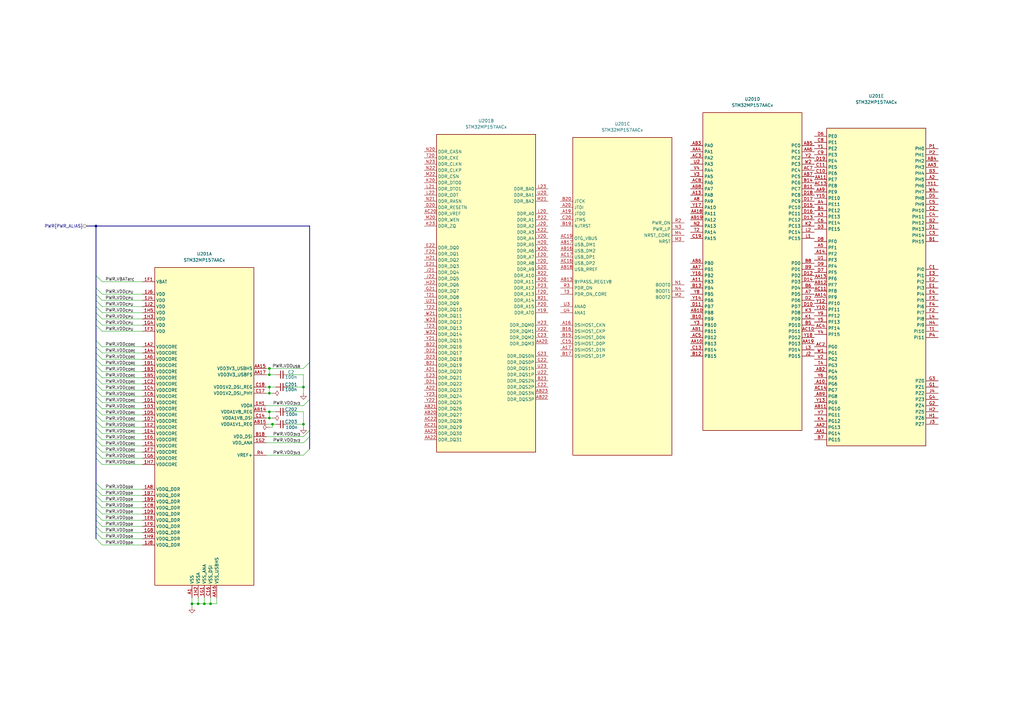
<source format=kicad_sch>
(kicad_sch (version 20231120) (generator "eeschema") (generator_version "8.0")
  (paper "A3")
  (lib_symbols
    (symbol "Device:C_Small" (pin_numbers hide) (pin_names (offset 0.254) hide)
      (property "Reference" "C" (at 0.254 1.778 0))
      (property "Value" "C_Small" (at 0.254 -2.032 0))
      (symbol "C_Small_0_1"
        (polyline (pts (xy -1.524 -0.508) (xy 1.524 -0.508)) (stroke (width 0.3302)))
        (polyline (pts (xy -1.524 0.508) (xy 1.524 0.508)) (stroke (width 0.3048)))
      )
      (symbol "C_Small_1_1"
        (pin passive line (at 0 2.54 270) (length 2.032) (name "~") (number "1"))
        (pin passive line (at 0 -2.54 90) (length 2.032) (name "~") (number "2"))
      )
    )
    (symbol "custom:STM32MP157AACx"
      (property "Reference" "U" (at -0.762 63.246 0))
      (property "Value" "STM32MP157AACx" (at -7.874 60.452 0))
      (symbol "STM32MP157AACx_0_1"
        (rectangle (start -20.32 56.642) (end 20.32 -73.66) (stroke (width 0.254)) (fill (type background)))
      )
      (symbol "STM32MP157AACx_1_1"
        (pin power_in line (at -25.4 24.13 0) (length 5.08) (name "VDDCORE") (number "1A2"))
        (pin passive line (at -5.08 -78.74 90) (length 5.08) hide (name "VSS") (number "1A3"))
        (pin power_in line (at -25.4 21.59 0) (length 5.08) (name "VDDCORE") (number "1A4"))
        (pin passive line (at -5.08 -78.74 90) (length 5.08) hide (name "VSS") (number "1A5"))
        (pin power_in line (at -25.4 19.05 0) (length 5.08) (name "VDDCORE") (number "1A6"))
        (pin passive line (at -5.08 -78.74 90) (length 5.08) hide (name "VSS") (number "1A7"))
        (pin power_in line (at -25.4 -34.29 0) (length 5.08) (name "VDDQ_DDR") (number "1A8"))
        (pin power_in line (at -25.4 16.51 0) (length 5.08) (name "VDDCORE") (number "1B1"))
        (pin passive line (at -5.08 -78.74 90) (length 5.08) hide (name "VSS") (number "1B2"))
        (pin power_in line (at -25.4 13.97 0) (length 5.08) (name "VDDCORE") (number "1B3"))
        (pin passive line (at -5.08 -78.74 90) (length 5.08) hide (name "VSS") (number "1B4"))
        (pin power_in line (at -25.4 11.43 0) (length 5.08) (name "VDDCORE") (number "1B5"))
        (pin passive line (at -5.08 -78.74 90) (length 5.08) hide (name "VSS") (number "1B6"))
        (pin power_in line (at -25.4 -36.83 0) (length 5.08) (name "VDDQ_DDR") (number "1B7"))
        (pin passive line (at -5.08 -78.74 90) (length 5.08) hide (name "VSS") (number "1B8"))
        (pin power_in line (at -25.4 -39.37 0) (length 5.08) (name "VDDQ_DDR") (number "1B9"))
        (pin passive line (at -5.08 -78.74 90) (length 5.08) hide (name "VSS") (number "1C1"))
        (pin power_in line (at -25.4 8.89 0) (length 5.08) (name "VDDCORE") (number "1C2"))
        (pin passive line (at -5.08 -78.74 90) (length 5.08) hide (name "VSS") (number "1C3"))
        (pin power_in line (at -25.4 6.35 0) (length 5.08) (name "VDDCORE") (number "1C4"))
        (pin passive line (at -5.08 -78.74 90) (length 5.08) hide (name "VSS") (number "1C5"))
        (pin power_in line (at -25.4 3.81 0) (length 5.08) (name "VDDCORE") (number "1C6"))
        (pin passive line (at -5.08 -78.74 90) (length 5.08) hide (name "VSS") (number "1C7"))
        (pin power_in line (at -25.4 -41.91 0) (length 5.08) (name "VDDQ_DDR") (number "1C8"))
        (pin passive line (at -5.08 -78.74 90) (length 5.08) hide (name "VSS") (number "1C9"))
        (pin power_in line (at -25.4 1.27 0) (length 5.08) (name "VDDCORE") (number "1D1"))
        (pin passive line (at -5.08 -78.74 90) (length 5.08) hide (name "VSS") (number "1D2"))
        (pin power_in line (at -25.4 -1.27 0) (length 5.08) (name "VDDCORE") (number "1D3"))
        (pin passive line (at -5.08 -78.74 90) (length 5.08) hide (name "VSS") (number "1D4"))
        (pin power_in line (at -25.4 -3.81 0) (length 5.08) (name "VDDCORE") (number "1D5"))
        (pin passive line (at -5.08 -78.74 90) (length 5.08) hide (name "VSS") (number "1D6"))
        (pin power_in line (at -25.4 -6.35 0) (length 5.08) (name "VDDCORE") (number "1D7"))
        (pin passive line (at -5.08 -78.74 90) (length 5.08) hide (name "VSS") (number "1D8"))
        (pin power_in line (at -25.4 -44.45 0) (length 5.08) (name "VDDQ_DDR") (number "1D9"))
        (pin passive line (at -5.08 -78.74 90) (length 5.08) hide (name "VSS") (number "1E1"))
        (pin power_in line (at -25.4 -8.89 0) (length 5.08) (name "VDDCORE") (number "1E2"))
        (pin passive line (at -5.08 -78.74 90) (length 5.08) hide (name "VSS") (number "1E3"))
        (pin power_in line (at -25.4 -11.43 0) (length 5.08) (name "VDDCORE") (number "1E4"))
        (pin passive line (at -5.08 -78.74 90) (length 5.08) hide (name "VSS") (number "1E5"))
        (pin power_in line (at -25.4 -13.97 0) (length 5.08) (name "VDDCORE") (number "1E6"))
        (pin passive line (at -5.08 -78.74 90) (length 5.08) hide (name "VSS") (number "1E7"))
        (pin power_in line (at -25.4 -46.99 0) (length 5.08) (name "VDDQ_DDR") (number "1E8"))
        (pin passive line (at -5.08 -78.74 90) (length 5.08) hide (name "VSS") (number "1E9"))
        (pin power_in line (at -25.4 50.8 0) (length 5.08) (name "VBAT") (number "1F1"))
        (pin passive line (at -5.08 -78.74 90) (length 5.08) hide (name "VSS") (number "1F2"))
        (pin power_in line (at -25.4 30.48 0) (length 5.08) (name "VDD") (number "1F3"))
        (pin passive line (at -5.08 -78.74 90) (length 5.08) hide (name "VSS") (number "1F4"))
        (pin power_in line (at -25.4 -16.51 0) (length 5.08) (name "VDDCORE") (number "1F5"))
        (pin passive line (at -5.08 -78.74 90) (length 5.08) hide (name "VSS") (number "1F6"))
        (pin power_in line (at -25.4 -19.05 0) (length 5.08) (name "VDDCORE") (number "1F7"))
        (pin passive line (at -5.08 -78.74 90) (length 5.08) hide (name "VSS") (number "1F8"))
        (pin power_in line (at -25.4 -49.53 0) (length 5.08) (name "VDDQ_DDR") (number "1F9"))
        (pin power_in line (at 0 -78.74 90) (length 5.08) (name "VSS_ANA") (number "1G1"))
        (pin power_in line (at 25.4 -15.24 180) (length 5.08) (name "VDD_ANA") (number "1G2"))
        (pin passive line (at -5.08 -78.74 90) (length 5.08) hide (name "VSS") (number "1G3"))
        (pin power_in line (at -25.4 33.02 0) (length 5.08) (name "VDD") (number "1G4"))
        (pin passive line (at -5.08 -78.74 90) (length 5.08) hide (name "VSS") (number "1G5"))
        (pin power_in line (at -25.4 -21.59 0) (length 5.08) (name "VDDCORE") (number "1G6"))
        (pin passive line (at -5.08 -78.74 90) (length 5.08) hide (name "VSS") (number "1G7"))
        (pin power_in line (at -25.4 -52.07 0) (length 5.08) (name "VDDQ_DDR") (number "1G8"))
        (pin passive line (at -5.08 -78.74 90) (length 5.08) hide (name "VSS") (number "1G9"))
        (pin power_in line (at 25.4 0 180) (length 5.08) (name "VDDA") (number "1H1"))
        (pin power_in line (at -2.54 -78.74 90) (length 5.08) (name "VSSA") (number "1H2"))
        (pin power_in line (at -25.4 35.56 0) (length 5.08) (name "VDD") (number "1H3"))
        (pin passive line (at -5.08 -78.74 90) (length 5.08) hide (name "VSS") (number "1H4"))
        (pin power_in line (at -25.4 38.1 0) (length 5.08) (name "VDD") (number "1H5"))
        (pin passive line (at -5.08 -78.74 90) (length 5.08) hide (name "VSS") (number "1H6"))
        (pin power_in line (at -25.4 -24.13 0) (length 5.08) (name "VDDCORE") (number "1H7"))
        (pin passive line (at -5.08 -78.74 90) (length 5.08) hide (name "VSS") (number "1H8"))
        (pin power_in line (at -25.4 -54.61 0) (length 5.08) (name "VDDQ_DDR") (number "1H9"))
        (pin power_in line (at -25.4 40.64 0) (length 5.08) (name "VDD") (number "1J2"))
        (pin passive line (at -5.08 -78.74 90) (length 5.08) hide (name "VSS") (number "1J3"))
        (pin power_in line (at -25.4 43.18 0) (length 5.08) (name "VDD") (number "1J4"))
        (pin passive line (at -5.08 -78.74 90) (length 5.08) hide (name "VSS") (number "1J5"))
        (pin power_in line (at -25.4 45.72 0) (length 5.08) (name "VDD") (number "1J6"))
        (pin passive line (at -5.08 -78.74 90) (length 5.08) hide (name "VSS") (number "1J7"))
        (pin power_in line (at -25.4 -57.15 0) (length 5.08) (name "VDDQ_DDR") (number "1J8"))
        (pin power_in line (at -5.08 -78.74 90) (length 5.08) (name "VSS") (number "A1"))
        (pin passive line (at -5.08 -78.74 90) (length 5.08) hide (name "VSS") (number "A23"))
        (pin passive line (at -5.08 -78.74 90) (length 5.08) hide (name "VSS") (number "AA12"))
        (pin power_in line (at 25.4 15.24 180) (length 5.08) (name "VDD3V3_USBHS") (number "AA15"))
        (pin power_in line (at 5.08 -78.74 90) (length 5.08) (name "VSS_USBHS") (number "AA16"))
        (pin power_in line (at 25.4 12.7 180) (length 5.08) (name "VDD3V3_USBFS") (number "AA17"))
        (pin passive line (at -5.08 -78.74 90) (length 5.08) hide (name "VSS") (number "AA21"))
        (pin passive line (at -5.08 -78.74 90) (length 5.08) hide (name "VSS") (number "AA5"))
        (pin passive line (at -5.08 -78.74 90) (length 5.08) hide (name "VSS") (number "AA8"))
        (pin power_in line (at 25.4 -2.54 180) (length 5.08) (name "VDDA1V8_REG") (number "AB14"))
        (pin power_in line (at 25.4 -7.62 180) (length 5.08) (name "VDDA1V1_REG") (number "AB15"))
        (pin passive line (at -5.08 -78.74 90) (length 5.08) hide (name "VSS") (number "AC1"))
        (pin passive line (at -5.08 -78.74 90) (length 5.08) hide (name "VSS") (number "AC23"))
        (pin power_in line (at 25.4 -12.7 180) (length 5.08) (name "VDD_DSI") (number "B18"))
        (pin passive line (at -5.08 -78.74 90) (length 5.08) hide (name "VSS") (number "C12"))
        (pin power_in line (at 25.4 -5.08 180) (length 5.08) (name "VDDA1V8_DSI") (number "C14"))
        (pin power_in line (at 2.54 -78.74 90) (length 5.08) (name "VSS_DSI") (number "C16"))
        (pin power_in line (at 25.4 5.08 180) (length 5.08) (name "VDD1V2_DSI_PHY") (number "C17"))
        (pin power_in line (at 25.4 7.62 180) (length 5.08) (name "VDD1V2_DSI_REG") (number "C18"))
        (pin passive line (at -5.08 -78.74 90) (length 5.08) hide (name "VSS") (number "C21"))
        (pin passive line (at -5.08 -78.74 90) (length 5.08) hide (name "VSS") (number "C7"))
        (pin passive line (at -5.08 -78.74 90) (length 5.08) hide (name "VSS") (number "D4"))
        (pin passive line (at -5.08 -78.74 90) (length 5.08) hide (name "VSS") (number "F21"))
        (pin passive line (at -5.08 -78.74 90) (length 5.08) hide (name "VSS") (number "H3"))
        (pin passive line (at -5.08 -78.74 90) (length 5.08) hide (name "VSS") (number "K21"))
        (pin passive line (at -5.08 -78.74 90) (length 5.08) hide (name "VSS") (number "P21"))
        (pin passive line (at -5.08 -78.74 90) (length 5.08) hide (name "VSS") (number "P3"))
        (pin input line (at 25.4 -20.32 180) (length 5.08) (name "VREF+") (number "R4"))
        (pin passive line (at -5.08 -78.74 90) (length 5.08) hide (name "VSS") (number "V21"))
        (pin passive line (at -5.08 -78.74 90) (length 5.08) hide (name "VSS") (number "W3"))
      )
      (symbol "STM32MP157AACx_2_1"
        (pin bidirectional line (at -25.4 -40.64 0) (length 5.08) (name "DDR_DQ20") (number "A21"))
        (pin bidirectional line (at -25.4 -48.26 0) (length 5.08) (name "DDR_DQ23") (number "A22"))
        (pin bidirectional line (at 25.4 -29.21 180) (length 5.08) (name "DDR_DQM3") (number "AA20"))
        (pin bidirectional line (at -25.4 -68.58 0) (length 5.08) (name "DDR_DQ31") (number "AA22"))
        (pin bidirectional line (at -25.4 -66.04 0) (length 5.08) (name "DDR_DQ30") (number "AA23"))
        (pin bidirectional line (at -25.4 -58.42 0) (length 5.08) (name "DDR_DQ27") (number "AB20"))
        (pin bidirectional line (at -25.4 -55.88 0) (length 5.08) (name "DDR_DQ26") (number "AB21"))
        (pin bidirectional line (at 25.4 -52.07 180) (length 5.08) (name "DDR_DQS3P") (number "AB22"))
        (pin bidirectional line (at 25.4 -49.53 180) (length 5.08) (name "DDR_DQS3N") (number "AB23"))
        (pin bidirectional line (at -25.4 24.13 0) (length 5.08) (name "DDR_VREF") (number "AC20"))
        (pin bidirectional line (at -25.4 -63.5 0) (length 5.08) (name "DDR_DQ29") (number "AC21"))
        (pin bidirectional line (at -25.4 -60.96 0) (length 5.08) (name "DDR_DQ28") (number "AC22"))
        (pin bidirectional line (at -25.4 -38.1 0) (length 5.08) (name "DDR_DQ19") (number "B21"))
        (pin bidirectional line (at -25.4 -30.48 0) (length 5.08) (name "DDR_DQ16") (number "B22"))
        (pin bidirectional line (at 25.4 -44.45 180) (length 5.08) (name "DDR_DQS2N") (number "B23"))
        (pin bidirectional line (at 25.4 -46.99 180) (length 5.08) (name "DDR_DQS2P") (number "C22"))
        (pin bidirectional line (at 25.4 -26.67 180) (length 5.08) (name "DDR_DQM2") (number "C23"))
        (pin bidirectional line (at -25.4 26.67 0) (length 5.08) (name "DDR_RESETN") (number "D20"))
        (pin bidirectional line (at -25.4 -45.72 0) (length 5.08) (name "DDR_DQ22") (number "D21"))
        (pin bidirectional line (at -25.4 -33.02 0) (length 5.08) (name "DDR_DQ17") (number "D22"))
        (pin bidirectional line (at -25.4 -35.56 0) (length 5.08) (name "DDR_DQ18") (number "D23"))
        (pin bidirectional line (at 25.4 6.35 180) (length 5.08) (name "DDR_A7") (number "E20"))
        (pin bidirectional line (at -25.4 2.54 0) (length 5.08) (name "DDR_DQ3") (number "E21"))
        (pin bidirectional line (at -25.4 10.16 0) (length 5.08) (name "DDR_DQ0") (number "E22"))
        (pin bidirectional line (at -25.4 -43.18 0) (length 5.08) (name "DDR_DQ21") (number "E23"))
        (pin bidirectional line (at 25.4 -8.89 180) (length 5.08) (name "DDR_A13") (number "F20"))
        (pin bidirectional line (at -25.4 7.62 0) (length 5.08) (name "DDR_DQ1") (number "F22"))
        (pin bidirectional line (at 25.4 1.27 180) (length 5.08) (name "DDR_A9") (number "G20"))
        (pin bidirectional line (at -25.4 -7.62 0) (length 5.08) (name "DDR_DQ7") (number "G21"))
        (pin bidirectional line (at 25.4 -36.83 180) (length 5.08) (name "DDR_DQS0P") (number "G22"))
        (pin bidirectional line (at 25.4 -34.29 180) (length 5.08) (name "DDR_DQS0N") (number "G23"))
        (pin bidirectional line (at 25.4 11.43 180) (length 5.08) (name "DDR_A5") (number "H20"))
        (pin bidirectional line (at -25.4 5.08 0) (length 5.08) (name "DDR_DQ2") (number "H21"))
        (pin bidirectional line (at -25.4 -5.08 0) (length 5.08) (name "DDR_DQ6") (number "H22"))
        (pin bidirectional line (at 25.4 -21.59 180) (length 5.08) (name "DDR_DQM0") (number "H23"))
        (pin bidirectional line (at 25.4 19.05 180) (length 5.08) (name "DDR_A2") (number "J20"))
        (pin bidirectional line (at -25.4 0 0) (length 5.08) (name "DDR_DQ4") (number "J21"))
        (pin bidirectional line (at -25.4 -2.54 0) (length 5.08) (name "DDR_DQ5") (number "J22"))
        (pin bidirectional line (at -25.4 36.83 0) (length 5.08) (name "DDR_DTO0") (number "K20"))
        (pin bidirectional line (at 25.4 16.51 180) (length 5.08) (name "DDR_A3") (number "K22"))
        (pin bidirectional line (at -25.4 19.05 0) (length 5.08) (name "DDR_ZQ") (number "K23"))
        (pin bidirectional line (at 25.4 24.13 180) (length 5.08) (name "DDR_A0") (number "L20"))
        (pin bidirectional line (at -25.4 34.29 0) (length 5.08) (name "DDR_DTO1") (number "L21"))
        (pin bidirectional line (at -25.4 31.75 0) (length 5.08) (name "DDR_ODT") (number "L22"))
        (pin bidirectional line (at 25.4 34.29 180) (length 5.08) (name "DDR_BA0") (number "L23"))
        (pin bidirectional line (at -25.4 21.59 0) (length 5.08) (name "DDR_WEN") (number "M20"))
        (pin bidirectional line (at 25.4 29.21 180) (length 5.08) (name "DDR_BA2") (number "M21"))
        (pin bidirectional line (at -25.4 39.37 0) (length 5.08) (name "DDR_CSN") (number "M22"))
        (pin bidirectional line (at -25.4 49.53 0) (length 5.08) (name "DDR_CASN") (number "N20"))
        (pin bidirectional line (at -25.4 29.21 0) (length 5.08) (name "DDR_RASN") (number "N21"))
        (pin bidirectional line (at -25.4 41.91 0) (length 5.08) (name "DDR_CLKP") (number "N22"))
        (pin bidirectional line (at -25.4 44.45 0) (length 5.08) (name "DDR_CLKN") (number "N23"))
        (pin bidirectional line (at 25.4 -13.97 180) (length 5.08) (name "DDR_A15") (number "P20"))
        (pin bidirectional line (at 25.4 21.59 180) (length 5.08) (name "DDR_A1") (number "P22"))
        (pin bidirectional line (at 25.4 -6.35 180) (length 5.08) (name "DDR_A12") (number "P23"))
        (pin bidirectional line (at 25.4 -3.81 180) (length 5.08) (name "DDR_A11") (number "R20"))
        (pin bidirectional line (at 25.4 -11.43 180) (length 5.08) (name "DDR_A14") (number "R21"))
        (pin bidirectional line (at 25.4 -1.27 180) (length 5.08) (name "DDR_A10") (number "R22"))
        (pin bidirectional line (at -25.4 46.99 0) (length 5.08) (name "DDR_CKE") (number "T20"))
        (pin bidirectional line (at -25.4 -10.16 0) (length 5.08) (name "DDR_DQ8") (number "T21"))
        (pin bidirectional line (at -25.4 -15.24 0) (length 5.08) (name "DDR_DQ10") (number "T22"))
        (pin bidirectional line (at -25.4 -22.86 0) (length 5.08) (name "DDR_DQ13") (number "T23"))
        (pin bidirectional line (at 25.4 31.75 180) (length 5.08) (name "DDR_BA1") (number "U20"))
        (pin bidirectional line (at -25.4 -12.7 0) (length 5.08) (name "DDR_DQ9") (number "U21"))
        (pin bidirectional line (at 25.4 -41.91 180) (length 5.08) (name "DDR_DQS1P") (number "U22"))
        (pin bidirectional line (at 25.4 -39.37 180) (length 5.08) (name "DDR_DQS1N") (number "U23"))
        (pin bidirectional line (at 25.4 13.97 180) (length 5.08) (name "DDR_A4") (number "V20"))
        (pin bidirectional line (at 25.4 -24.13 180) (length 5.08) (name "DDR_DQM1") (number "V22"))
        (pin bidirectional line (at 25.4 8.89 180) (length 5.08) (name "DDR_A6") (number "W20"))
        (pin bidirectional line (at -25.4 -17.78 0) (length 5.08) (name "DDR_DQ11") (number "W21"))
        (pin bidirectional line (at -25.4 -25.4 0) (length 5.08) (name "DDR_DQ14") (number "W22"))
        (pin bidirectional line (at -25.4 -20.32 0) (length 5.08) (name "DDR_DQ12") (number "W23"))
        (pin bidirectional line (at 25.4 -16.51 180) (length 5.08) (name "DDR_ATO") (number "Y19"))
        (pin bidirectional line (at 25.4 3.81 180) (length 5.08) (name "DDR_A8") (number "Y20"))
        (pin bidirectional line (at -25.4 -27.94 0) (length 5.08) (name "DDR_DQ15") (number "Y21"))
        (pin bidirectional line (at -25.4 -53.34 0) (length 5.08) (name "DDR_DQ25") (number "Y22"))
        (pin bidirectional line (at -25.4 -50.8 0) (length 5.08) (name "DDR_DQ24") (number "Y23"))
      )
      (symbol "STM32MP157AACx_3_1"
        (pin bidirectional line (at -25.4 -20.32 0) (length 5.08) (name "DSIHOST_CKN") (number "A16"))
        (pin bidirectional line (at -25.4 -30.48 0) (length 5.08) (name "DSIHOST_D1N") (number "A17"))
        (pin bidirectional line (at -25.4 25.4 0) (length 5.08) (name "JTDO") (number "A19"))
        (pin bidirectional line (at -25.4 27.94 0) (length 5.08) (name "JTDI") (number "A20"))
        (pin bidirectional line (at -25.4 -2.54 0) (length 5.08) (name "BYPASS_REG1V8") (number "AB13"))
        (pin bidirectional line (at -25.4 10.16 0) (length 5.08) (name "USB_DM2") (number "AB16"))
        (pin bidirectional line (at -25.4 12.7 0) (length 5.08) (name "USB_DM1") (number "AB17"))
        (pin bidirectional line (at -25.4 2.54 0) (length 5.08) (name "USB_RREF") (number "AB18"))
        (pin bidirectional line (at -25.4 5.08 0) (length 5.08) (name "USB_DP2") (number "AC16"))
        (pin bidirectional line (at -25.4 7.62 0) (length 5.08) (name "USB_DP1") (number "AC17"))
        (pin bidirectional line (at -25.4 15.24 0) (length 5.08) (name "OTG_VBUS") (number "AC19"))
        (pin bidirectional line (at -25.4 -25.4 0) (length 5.08) (name "DSIHOST_D0N") (number "B15"))
        (pin bidirectional line (at -25.4 -22.86 0) (length 5.08) (name "DSIHOST_CKP") (number "B16"))
        (pin bidirectional line (at -25.4 -33.02 0) (length 5.08) (name "DSIHOST_D1P") (number "B17"))
        (pin bidirectional line (at -25.4 20.32 0) (length 5.08) (name "NJTRST") (number "B19"))
        (pin bidirectional line (at -25.4 30.48 0) (length 5.08) (name "JTCK") (number "B20"))
        (pin bidirectional line (at -25.4 -27.94 0) (length 5.08) (name "DSIHOST_D0P") (number "C15"))
        (pin bidirectional line (at -25.4 22.86 0) (length 5.08) (name "JTMS") (number "C20"))
        (pin input line (at 25.4 -8.89 180) (length 5.08) (name "BOOT2") (number "M2"))
        (pin input line (at 25.4 13.97 180) (length 5.08) (name "NRST") (number "M3"))
        (pin input line (at 25.4 16.51 180) (length 5.08) (name "NRST_CORE") (number "M4"))
        (pin input line (at 25.4 -3.81 180) (length 5.08) (name "BOOT0") (number "N1"))
        (pin output line (at 25.4 19.05 180) (length 5.08) (name "PWR_LP") (number "N3"))
        (pin input line (at 25.4 -6.35 180) (length 5.08) (name "BOOT1") (number "N4"))
        (pin output line (at 25.4 21.59 180) (length 5.08) (name "PWR_ON") (number "R2"))
        (pin bidirectional line (at -25.4 -5.08 0) (length 5.08) (name "PDR_ON") (number "R3"))
        (pin bidirectional line (at -25.4 -7.62 0) (length 5.08) (name "PDR_ON_CORE") (number "T3"))
        (pin bidirectional line (at -25.4 -12.7 0) (length 5.08) (name "ANA0") (number "U3"))
        (pin bidirectional line (at -25.4 -15.24 0) (length 5.08) (name "ANA1") (number "U4"))
      )
      (symbol "STM32MP157AACx_4_1"
        (pin bidirectional line (at -25.4 -12.7 0) (length 5.08) (name "PB3") (number "A11"))
        (pin bidirectional line (at -25.4 22.86 0) (length 5.08) (name "PA8") (number "A13"))
        (pin bidirectional line (at 25.4 -17.78 180) (length 5.08) (name "PD5") (number "A7"))
        (pin bidirectional line (at -25.4 20.32 0) (length 5.08) (name "PA9") (number "A8"))
        (pin bidirectional line (at -25.4 -38.1 0) (length 5.08) (name "PB13") (number "AA10"))
        (pin bidirectional line (at -25.4 15.24 0) (length 5.08) (name "PA11") (number "AA18"))
        (pin bidirectional line (at 25.4 -38.1 180) (length 5.08) (name "PD13") (number "AA19"))
        (pin bidirectional line (at -25.4 40.64 0) (length 5.08) (name "PA1") (number "AA4"))
        (pin bidirectional line (at 25.4 40.64 180) (length 5.08) (name "PC1") (number "AA6"))
        (pin bidirectional line (at -25.4 -7.62 0) (length 5.08) (name "PB1") (number "AA7"))
        (pin bidirectional line (at -25.4 -33.02 0) (length 5.08) (name "PB11") (number "AB1"))
        (pin bidirectional line (at -25.4 -25.4 0) (length 5.08) (name "PB8") (number "AB10"))
        (pin bidirectional line (at -25.4 12.7 0) (length 5.08) (name "PA12") (number "AB19"))
        (pin bidirectional line (at -25.4 43.18 0) (length 5.08) (name "PA0") (number "AB3"))
        (pin bidirectional line (at 25.4 43.18 180) (length 5.08) (name "PC0") (number "AB5"))
        (pin bidirectional line (at -25.4 -5.08 0) (length 5.08) (name "PB0") (number "AB6"))
        (pin bidirectional line (at 25.4 30.48 180) (length 5.08) (name "PC5") (number "AB7"))
        (pin bidirectional line (at -25.4 25.4 0) (length 5.08) (name "PA7") (number "AB8"))
        (pin bidirectional line (at 25.4 -33.02 180) (length 5.08) (name "PD11") (number "AC10"))
        (pin bidirectional line (at -25.4 38.1 0) (length 5.08) (name "PA2") (number "AC3"))
        (pin bidirectional line (at -25.4 -35.56 0) (length 5.08) (name "PB12") (number "AC5"))
        (pin bidirectional line (at 25.4 33.02 180) (length 5.08) (name "PC4") (number "AC7"))
        (pin bidirectional line (at -25.4 27.94 0) (length 5.08) (name "PA6") (number "AC8"))
        (pin bidirectional line (at -25.4 -27.94 0) (length 5.08) (name "PB9") (number "B10"))
        (pin bidirectional line (at 25.4 25.4 180) (length 5.08) (name "PC7") (number "B11"))
        (pin bidirectional line (at -25.4 -43.18 0) (length 5.08) (name "PB15") (number "B12"))
        (pin bidirectional line (at -25.4 -15.24 0) (length 5.08) (name "PB4") (number "B13"))
        (pin bidirectional line (at 25.4 27.94 180) (length 5.08) (name "PC6") (number "B14"))
        (pin bidirectional line (at 25.4 -30.48 180) (length 5.08) (name "PD10") (number "B5"))
        (pin bidirectional line (at 25.4 -15.24 180) (length 5.08) (name "PD4") (number "B6"))
        (pin bidirectional line (at 25.4 -5.08 180) (length 5.08) (name "PD0") (number "B8"))
        (pin bidirectional line (at 25.4 -7.62 180) (length 5.08) (name "PD1") (number "B9"))
        (pin bidirectional line (at -25.4 -40.64 0) (length 5.08) (name "PB14") (number "C13"))
        (pin bidirectional line (at -25.4 5.08 0) (length 5.08) (name "PA15") (number "C19"))
        (pin bidirectional line (at 25.4 -22.86 180) (length 5.08) (name "PD7") (number "D10"))
        (pin bidirectional line (at -25.4 -22.86 0) (length 5.08) (name "PB7") (number "D11"))
        (pin bidirectional line (at 25.4 -10.16 180) (length 5.08) (name "PD2") (number "D12"))
        (pin bidirectional line (at 25.4 12.7 180) (length 5.08) (name "PC12") (number "D13"))
        (pin bidirectional line (at 25.4 -12.7 180) (length 5.08) (name "PD3") (number "D14"))
        (pin bidirectional line (at 25.4 17.78 180) (length 5.08) (name "PC10") (number "D15"))
        (pin bidirectional line (at 25.4 15.24 180) (length 5.08) (name "PC11") (number "D16"))
        (pin bidirectional line (at 25.4 20.32 180) (length 5.08) (name "PC9") (number "D17"))
        (pin bidirectional line (at 25.4 22.86 180) (length 5.08) (name "PC8") (number "D18"))
        (pin bidirectional line (at 25.4 -20.32 180) (length 5.08) (name "PD6") (number "D2"))
        (pin bidirectional line (at 25.4 -43.18 180) (length 5.08) (name "PD15") (number "J2"))
        (pin bidirectional line (at 25.4 -27.94 180) (length 5.08) (name "PD9") (number "K1"))
        (pin bidirectional line (at 25.4 10.16 180) (length 5.08) (name "PC13") (number "K2"))
        (pin bidirectional line (at 25.4 -25.4 180) (length 5.08) (name "PD8") (number "K3"))
        (pin bidirectional line (at 25.4 5.08 180) (length 5.08) (name "PC15") (number "L1"))
        (pin bidirectional line (at 25.4 7.62 180) (length 5.08) (name "PC14") (number "L2"))
        (pin bidirectional line (at 25.4 -40.64 180) (length 5.08) (name "PD14") (number "L3"))
        (pin bidirectional line (at -25.4 10.16 0) (length 5.08) (name "PA13") (number "N2"))
        (pin bidirectional line (at -25.4 7.62 0) (length 5.08) (name "PA14") (number "T2"))
        (pin bidirectional line (at -25.4 35.56 0) (length 5.08) (name "PA3") (number "U2"))
        (pin bidirectional line (at -25.4 30.48 0) (length 5.08) (name "PA5") (number "V3"))
        (pin bidirectional line (at -25.4 33.02 0) (length 5.08) (name "PA4") (number "V4"))
        (pin bidirectional line (at 25.4 35.56 180) (length 5.08) (name "PC3") (number "W2"))
        (pin bidirectional line (at -25.4 -20.32 0) (length 5.08) (name "PB6") (number "Y14"))
        (pin bidirectional line (at -25.4 -10.16 0) (length 5.08) (name "PB2") (number "Y16"))
        (pin bidirectional line (at -25.4 17.78 0) (length 5.08) (name "PA10") (number "Y17"))
        (pin bidirectional line (at 25.4 -35.56 180) (length 5.08) (name "PD12") (number "Y18"))
        (pin bidirectional line (at 25.4 38.1 180) (length 5.08) (name "PC2") (number "Y2"))
        (pin bidirectional line (at -25.4 -30.48 0) (length 5.08) (name "PB10") (number "Y3"))
        (pin bidirectional line (at -25.4 -17.78 0) (length 5.08) (name "PB5") (number "Y8"))
      )
      (symbol "STM32MP157AACx_5_1"
        (pin bidirectional line (at -25.4 -48.26 0) (length 5.08) (name "PG6") (number "A10"))
        (pin bidirectional line (at -25.4 5.08 0) (length 5.08) (name "PF2") (number "A14"))
        (pin bidirectional line (at 25.4 35.56 180) (length 5.08) (name "PH5") (number "A2"))
        (pin bidirectional line (at -25.4 20.32 0) (length 5.08) (name "PE13") (number "A3"))
        (pin bidirectional line (at -25.4 25.4 0) (length 5.08) (name "PE11") (number "A4"))
        (pin bidirectional line (at -25.4 7.62 0) (length 5.08) (name "PF1") (number "A5"))
        (pin bidirectional line (at -25.4 -68.58 0) (length 5.08) (name "PG14") (number "AA1"))
        (pin bidirectional line (at -25.4 35.56 0) (length 5.08) (name "PE7") (number "AA11"))
        (pin bidirectional line (at -25.4 -5.08 0) (length 5.08) (name "PF6") (number "AA13"))
        (pin bidirectional line (at -25.4 -12.7 0) (length 5.08) (name "PF9") (number "AA14"))
        (pin bidirectional line (at -25.4 -66.04 0) (length 5.08) (name "PG13") (number "AA2"))
        (pin bidirectional line (at 25.4 40.64 180) (length 5.08) (name "PH3") (number "AA3"))
        (pin bidirectional line (at -25.4 30.48 0) (length 5.08) (name "PE9") (number "AA9"))
        (pin bidirectional line (at -25.4 -58.42 0) (length 5.08) (name "PG10") (number "AB11"))
        (pin bidirectional line (at -25.4 -7.62 0) (length 5.08) (name "PF7") (number "AB12"))
        (pin bidirectional line (at -25.4 -43.18 0) (length 5.08) (name "PG4") (number "AB2"))
        (pin bidirectional line (at 25.4 43.18 180) (length 5.08) (name "PH2") (number "AB4"))
        (pin bidirectional line (at -25.4 -53.34 0) (length 5.08) (name "PG8") (number "AB9"))
        (pin bidirectional line (at -25.4 -10.16 0) (length 5.08) (name "PF8") (number "AC11"))
        (pin bidirectional line (at -25.4 33.02 0) (length 5.08) (name "PE8") (number "AC13"))
        (pin bidirectional line (at -25.4 -50.8 0) (length 5.08) (name "PG7") (number "AC14"))
        (pin bidirectional line (at -25.4 -33.02 0) (length 5.08) (name "PG0") (number "AC2"))
        (pin bidirectional line (at -25.4 -25.4 0) (length 5.08) (name "PF14") (number "AC4"))
        (pin bidirectional line (at 25.4 10.16 180) (length 5.08) (name "PH15") (number "B1"))
        (pin bidirectional line (at 25.4 17.78 180) (length 5.08) (name "PH12") (number "B2"))
        (pin bidirectional line (at 25.4 38.1 180) (length 5.08) (name "PH4") (number "B3"))
        (pin bidirectional line (at -25.4 22.86 0) (length 5.08) (name "PE12") (number "B4"))
        (pin bidirectional line (at -25.4 -71.12 0) (length 5.08) (name "PG15") (number "B7"))
        (pin bidirectional line (at 25.4 -1.27 180) (length 5.08) (name "PI0") (number "C1"))
        (pin bidirectional line (at -25.4 38.1 0) (length 5.08) (name "PE6") (number "C10"))
        (pin bidirectional line (at -25.4 40.64 0) (length 5.08) (name "PE5") (number "C11"))
        (pin bidirectional line (at 25.4 22.86 180) (length 5.08) (name "PH10") (number "C2"))
        (pin bidirectional line (at 25.4 12.7 180) (length 5.08) (name "PH14") (number "C3"))
        (pin bidirectional line (at 25.4 20.32 180) (length 5.08) (name "PH11") (number "C4"))
        (pin bidirectional line (at 25.4 25.4 180) (length 5.08) (name "PH9") (number "C5"))
        (pin bidirectional line (at -25.4 17.78 0) (length 5.08) (name "PE14") (number "C6"))
        (pin bidirectional line (at -25.4 50.8 0) (length 5.08) (name "PE1") (number "C8"))
        (pin bidirectional line (at -25.4 45.72 0) (length 5.08) (name "PE3") (number "C9"))
        (pin bidirectional line (at 25.4 15.24 180) (length 5.08) (name "PH13") (number "D1"))
        (pin bidirectional line (at -25.4 43.18 0) (length 5.08) (name "PE4") (number "D19"))
        (pin bidirectional line (at -25.4 15.24 0) (length 5.08) (name "PE15") (number "D3"))
        (pin bidirectional line (at 25.4 27.94 180) (length 5.08) (name "PH8") (number "D5"))
        (pin bidirectional line (at -25.4 53.34 0) (length 5.08) (name "PE0") (number "D6"))
        (pin bidirectional line (at -25.4 -2.54 0) (length 5.08) (name "PF5") (number "D7"))
        (pin bidirectional line (at -25.4 10.16 0) (length 5.08) (name "PF0") (number "D8"))
        (pin bidirectional line (at -25.4 0 0) (length 5.08) (name "PF4") (number "D9"))
        (pin bidirectional line (at 25.4 -8.89 180) (length 5.08) (name "PI3") (number "E1"))
        (pin bidirectional line (at 25.4 -6.35 180) (length 5.08) (name "PI2") (number "E2"))
        (pin bidirectional line (at 25.4 -3.81 180) (length 5.08) (name "PI1") (number "E3"))
        (pin bidirectional line (at 25.4 -11.43 180) (length 5.08) (name "PI4") (number "E4"))
        (pin bidirectional line (at 25.4 -19.05 180) (length 5.08) (name "PI7") (number "F2"))
        (pin bidirectional line (at 25.4 -13.97 180) (length 5.08) (name "PI5") (number "F3"))
        (pin bidirectional line (at 25.4 -16.51 180) (length 5.08) (name "PI6") (number "F4"))
        (pin bidirectional line (at 25.4 -49.53 180) (length 5.08) (name "PZ1") (number "G1"))
        (pin bidirectional line (at 25.4 -57.15 180) (length 5.08) (name "PZ4") (number "G2"))
        (pin bidirectional line (at 25.4 -46.99 180) (length 5.08) (name "PZ0") (number "G3"))
        (pin bidirectional line (at 25.4 -54.61 180) (length 5.08) (name "PZ3") (number "G4"))
        (pin bidirectional line (at 25.4 -62.23 180) (length 5.08) (name "PZ6") (number "H1"))
        (pin bidirectional line (at 25.4 -59.69 180) (length 5.08) (name "PZ5") (number "H2"))
        (pin bidirectional line (at 25.4 -24.13 180) (length 5.08) (name "PI9") (number "H4"))
        (pin bidirectional line (at 25.4 -64.77 180) (length 5.08) (name "PZ7") (number "J3"))
        (pin bidirectional line (at 25.4 -52.07 180) (length 5.08) (name "PZ2") (number "J4"))
        (pin bidirectional line (at -25.4 -63.5 0) (length 5.08) (name "PG12") (number "K4"))
        (pin bidirectional line (at 25.4 -21.59 180) (length 5.08) (name "PI8") (number "L4"))
        (pin bidirectional line (at 25.4 48.26 180) (length 5.08) (name "PH0") (number "P1"))
        (pin bidirectional line (at 25.4 45.72 180) (length 5.08) (name "PH1") (number "P2"))
        (pin bidirectional line (at 25.4 -29.21 180) (length 5.08) (name "PI11") (number "P4"))
        (pin bidirectional line (at 25.4 -26.67 180) (length 5.08) (name "PI10") (number "T1"))
        (pin bidirectional line (at -25.4 -40.64 0) (length 5.08) (name "PG3") (number "T4"))
        (pin bidirectional line (at -25.4 2.54 0) (length 5.08) (name "PF3") (number "U1"))
        (pin bidirectional line (at -25.4 -38.1 0) (length 5.08) (name "PG2") (number "V2"))
        (pin bidirectional line (at -25.4 -35.56 0) (length 5.08) (name "PG1") (number "W1"))
        (pin bidirectional line (at 25.4 30.48 180) (length 5.08) (name "PH7") (number "W4"))
        (pin bidirectional line (at -25.4 48.26 0) (length 5.08) (name "PE2") (number "Y1"))
        (pin bidirectional line (at -25.4 -17.78 0) (length 5.08) (name "PF11") (number "Y10"))
        (pin bidirectional line (at 25.4 33.02 180) (length 5.08) (name "PH6") (number "Y11"))
        (pin bidirectional line (at -25.4 -15.24 0) (length 5.08) (name "PF10") (number "Y12"))
        (pin bidirectional line (at -25.4 -55.88 0) (length 5.08) (name "PG9") (number "Y13"))
        (pin bidirectional line (at -25.4 27.94 0) (length 5.08) (name "PE10") (number "Y15"))
        (pin bidirectional line (at -25.4 -27.94 0) (length 5.08) (name "PF15") (number "Y4"))
        (pin bidirectional line (at -25.4 -22.86 0) (length 5.08) (name "PF13") (number "Y5"))
        (pin bidirectional line (at -25.4 -45.72 0) (length 5.08) (name "PG5") (number "Y6"))
        (pin bidirectional line (at -25.4 -60.96 0) (length 5.08) (name "PG11") (number "Y7"))
        (pin bidirectional line (at -25.4 -20.32 0) (length 5.08) (name "PF12") (number "Y9"))
      )
    )
    (symbol "power:GND" (power) (pin_numbers hide) (pin_names (offset 0) hide)
      (property "Value" "GND" (at 0 -3.81 0))
      (symbol "GND_0_1"
        (polyline (pts (xy 0 0) (xy 0 -1.27) (xy 1.27 -1.27) (xy 0 -2.54) (xy -1.27 -1.27) (xy 0 -1.27)))
      )
      (symbol "GND_1_1"
        (pin power_in line (at 0 0 270) (length 0) (name "~") (number "1"))
      )
    )
    (symbol "power:PWR_FLAG" (power) (pin_numbers hide) (pin_names (offset 0) hide)
      (property "Value" "PWR_FLAG" (at 0 3.81 0))
      (symbol "PWR_FLAG_0_0"
        (pin power_out line (at 0 0 90) (length 0) (name "~") (number "1"))
      )
      (symbol "PWR_FLAG_0_1"
        (polyline (pts (xy 0 0) (xy 0 1.27) (xy -1.016 1.905) (xy 0 2.54) (xy 1.016 1.905) (xy 0 1.27)))
      )
    )
  )
  (junction (at 86.36 247.65))
  (junction (at 110.49 153.67))
  (junction (at 110.49 161.29))
  (junction (at 39.37 92.71))
  (junction (at 124.46 173.99))
  (junction (at 83.82 247.65))
  (junction (at 110.49 168.91))
  (junction (at 110.49 151.13))
  (junction (at 78.74 247.65))
  (junction (at 81.28 247.65))
  (junction (at 111.76 173.99))
  (junction (at 110.49 171.45))
  (junction (at 124.46 158.75))
  (junction (at 110.49 158.75))
  (bus_entry (at 39.37 185.42) (size 2.54 2.54))
  (bus_entry (at 39.37 154.94) (size 2.54 2.54))
  (bus_entry (at 39.37 152.4) (size 2.54 2.54))
  (bus_entry (at 39.37 198.12) (size 2.54 2.54))
  (bus_entry (at 124.46 186.69) (size 2.54 -2.54))
  (bus_entry (at 39.37 162.56) (size 2.54 2.54))
  (bus_entry (at 39.37 187.96) (size 2.54 2.54))
  (bus_entry (at 39.37 125.73) (size 2.54 2.54))
  (bus_entry (at 39.37 220.98) (size 2.54 2.54))
  (bus_entry (at 124.46 181.61) (size 2.54 -2.54))
  (bus_entry (at 39.37 182.88) (size 2.54 2.54))
  (bus_entry (at 39.37 172.72) (size 2.54 2.54))
  (bus_entry (at 39.37 144.78) (size 2.54 2.54))
  (bus_entry (at 39.37 200.66) (size 2.54 2.54))
  (bus_entry (at 124.46 179.07) (size 2.54 -2.54))
  (bus_entry (at 39.37 175.26) (size 2.54 2.54))
  (bus_entry (at 39.37 142.24) (size 2.54 2.54))
  (bus_entry (at 39.37 177.8) (size 2.54 2.54))
  (bus_entry (at 39.37 128.27) (size 2.54 2.54))
  (bus_entry (at 39.37 213.36) (size 2.54 2.54))
  (bus_entry (at 124.46 151.13) (size 2.54 -2.54))
  (bus_entry (at 39.37 218.44) (size 2.54 2.54))
  (bus_entry (at 39.37 113.03) (size 2.54 2.54))
  (bus_entry (at 39.37 139.7) (size 2.54 2.54))
  (bus_entry (at 39.37 205.74) (size 2.54 2.54))
  (bus_entry (at 39.37 180.34) (size 2.54 2.54))
  (bus_entry (at 39.37 208.28) (size 2.54 2.54))
  (bus_entry (at 39.37 149.86) (size 2.54 2.54))
  (bus_entry (at 39.37 123.19) (size 2.54 2.54))
  (bus_entry (at 124.46 166.37) (size 2.54 -2.54))
  (bus_entry (at 39.37 170.18) (size 2.54 2.54))
  (bus_entry (at 39.37 118.11) (size 2.54 2.54))
  (bus_entry (at 39.37 130.81) (size 2.54 2.54))
  (bus_entry (at 39.37 120.65) (size 2.54 2.54))
  (bus_entry (at 39.37 210.82) (size 2.54 2.54))
  (bus_entry (at 39.37 160.02) (size 2.54 2.54))
  (bus_entry (at 39.37 165.1) (size 2.54 2.54))
  (bus_entry (at 39.37 147.32) (size 2.54 2.54))
  (bus_entry (at 39.37 133.35) (size 2.54 2.54))
  (bus_entry (at 39.37 215.9) (size 2.54 2.54))
  (bus_entry (at 39.37 203.2) (size 2.54 2.54))
  (bus_entry (at 39.37 167.64) (size 2.54 2.54))
  (bus_entry (at 39.37 157.48) (size 2.54 2.54))
  (bus (pts (xy 39.37 147.32) (xy 39.37 144.78)))
  (bus (pts (xy 39.37 185.42) (xy 39.37 182.88)))
  (bus (pts (xy 39.37 203.2) (xy 39.37 200.66)))
  (wire (pts (xy 41.91 220.98) (xy 58.42 220.98)))
  (wire (pts (xy 124.46 153.67) (xy 118.11 153.67)))
  (wire (pts (xy 86.36 247.65) (xy 88.9 247.65)))
  (wire (pts (xy 124.46 173.99) (xy 124.46 175.26)))
  (wire (pts (xy 41.91 160.02) (xy 58.42 160.02)))
  (wire (pts (xy 109.22 166.37) (xy 124.46 166.37)))
  (wire (pts (xy 41.91 200.66) (xy 58.42 200.66)))
  (wire (pts (xy 41.91 170.18) (xy 58.42 170.18)))
  (bus (pts (xy 39.37 215.9) (xy 39.37 218.44)))
  (wire (pts (xy 41.91 165.1) (xy 58.42 165.1)))
  (wire (pts (xy 109.22 168.91) (xy 110.49 168.91)))
  (wire (pts (xy 41.91 115.57) (xy 58.42 115.57)))
  (wire (pts (xy 118.11 158.75) (xy 124.46 158.75)))
  (bus (pts (xy 39.37 187.96) (xy 39.37 198.12)))
  (bus (pts (xy 127 163.83) (xy 127 176.53)))
  (wire (pts (xy 41.91 203.2) (xy 58.42 203.2)))
  (bus (pts (xy 39.37 200.66) (xy 39.37 198.12)))
  (bus (pts (xy 39.37 144.78) (xy 39.37 142.24)))
  (wire (pts (xy 41.91 180.34) (xy 58.42 180.34)))
  (wire (pts (xy 109.22 173.99) (xy 111.76 173.99)))
  (bus (pts (xy 127 148.59) (xy 127 163.83)))
  (wire (pts (xy 78.74 247.65) (xy 81.28 247.65)))
  (bus (pts (xy 127 179.07) (xy 127 184.15)))
  (bus (pts (xy 39.37 154.94) (xy 39.37 152.4)))
  (bus (pts (xy 39.37 172.72) (xy 39.37 170.18)))
  (wire (pts (xy 41.91 215.9) (xy 58.42 215.9)))
  (bus (pts (xy 39.37 162.56) (xy 39.37 160.02)))
  (wire (pts (xy 41.91 162.56) (xy 58.42 162.56)))
  (wire (pts (xy 41.91 205.74) (xy 58.42 205.74)))
  (wire (pts (xy 118.11 168.91) (xy 124.46 168.91)))
  (wire (pts (xy 41.91 187.96) (xy 58.42 187.96)))
  (wire (pts (xy 109.22 161.29) (xy 110.49 161.29)))
  (wire (pts (xy 110.49 161.29) (xy 110.49 158.75)))
  (wire (pts (xy 110.49 158.75) (xy 113.03 158.75)))
  (bus (pts (xy 39.37 152.4) (xy 39.37 149.86)))
  (bus (pts (xy 39.37 210.82) (xy 39.37 213.36)))
  (wire (pts (xy 78.74 245.11) (xy 78.74 247.65)))
  (bus (pts (xy 39.37 128.27) (xy 39.37 125.73)))
  (wire (pts (xy 110.49 175.26) (xy 111.76 175.26)))
  (bus (pts (xy 39.37 92.71) (xy 39.37 113.03)))
  (bus (pts (xy 39.37 142.24) (xy 39.37 139.7)))
  (bus (pts (xy 39.37 177.8) (xy 39.37 175.26)))
  (wire (pts (xy 78.74 247.65) (xy 78.74 248.92)))
  (wire (pts (xy 83.82 247.65) (xy 86.36 247.65)))
  (wire (pts (xy 41.91 190.5) (xy 58.42 190.5)))
  (bus (pts (xy 39.37 157.48) (xy 39.37 154.94)))
  (wire (pts (xy 86.36 245.11) (xy 86.36 247.65)))
  (wire (pts (xy 110.49 151.13) (xy 110.49 153.67)))
  (wire (pts (xy 41.91 128.27) (xy 58.42 128.27)))
  (wire (pts (xy 41.91 149.86) (xy 58.42 149.86)))
  (bus (pts (xy 39.37 113.03) (xy 39.37 118.11)))
  (bus (pts (xy 39.37 208.28) (xy 39.37 210.82)))
  (bus (pts (xy 39.37 170.18) (xy 39.37 167.64)))
  (wire (pts (xy 41.91 167.64) (xy 58.42 167.64)))
  (wire (pts (xy 41.91 208.28) (xy 58.42 208.28)))
  (bus (pts (xy 39.37 139.7) (xy 39.37 133.35)))
  (wire (pts (xy 41.91 172.72) (xy 58.42 172.72)))
  (wire (pts (xy 81.28 247.65) (xy 83.82 247.65)))
  (bus (pts (xy 39.37 205.74) (xy 39.37 208.28)))
  (bus (pts (xy 39.37 125.73) (xy 39.37 123.19)))
  (bus (pts (xy 39.37 160.02) (xy 39.37 157.48)))
  (wire (pts (xy 110.49 151.13) (xy 124.46 151.13)))
  (wire (pts (xy 109.22 179.07) (xy 124.46 179.07)))
  (bus (pts (xy 39.37 175.26) (xy 39.37 172.72)))
  (wire (pts (xy 110.49 161.29) (xy 111.76 161.29)))
  (wire (pts (xy 110.49 153.67) (xy 113.03 153.67)))
  (wire (pts (xy 88.9 247.65) (xy 88.9 245.11)))
  (bus (pts (xy 39.37 92.71) (xy 127 92.71)))
  (bus (pts (xy 39.37 123.19) (xy 39.37 120.65)))
  (wire (pts (xy 41.91 177.8) (xy 58.42 177.8)))
  (bus (pts (xy 39.37 213.36) (xy 39.37 215.9)))
  (bus (pts (xy 39.37 182.88) (xy 39.37 180.34)))
  (bus (pts (xy 39.37 180.34) (xy 39.37 177.8)))
  (wire (pts (xy 41.91 157.48) (xy 58.42 157.48)))
  (wire (pts (xy 41.91 175.26) (xy 58.42 175.26)))
  (wire (pts (xy 109.22 181.61) (xy 124.46 181.61)))
  (wire (pts (xy 41.91 125.73) (xy 58.42 125.73)))
  (wire (pts (xy 41.91 210.82) (xy 58.42 210.82)))
  (wire (pts (xy 41.91 213.36) (xy 58.42 213.36)))
  (bus (pts (xy 39.37 187.96) (xy 39.37 185.42)))
  (wire (pts (xy 110.49 171.45) (xy 110.49 168.91)))
  (wire (pts (xy 81.28 245.11) (xy 81.28 247.65)))
  (wire (pts (xy 41.91 130.81) (xy 58.42 130.81)))
  (bus (pts (xy 127 176.53) (xy 127 179.07)))
  (wire (pts (xy 41.91 223.52) (xy 58.42 223.52)))
  (wire (pts (xy 111.76 173.99) (xy 113.03 173.99)))
  (wire (pts (xy 124.46 168.91) (xy 124.46 173.99)))
  (wire (pts (xy 41.91 147.32) (xy 58.42 147.32)))
  (wire (pts (xy 118.11 173.99) (xy 124.46 173.99)))
  (wire (pts (xy 41.91 135.89) (xy 58.42 135.89)))
  (wire (pts (xy 124.46 158.75) (xy 124.46 153.67)))
  (bus (pts (xy 39.37 130.81) (xy 39.37 128.27)))
  (wire (pts (xy 124.46 161.29) (xy 124.46 158.75)))
  (bus (pts (xy 39.37 203.2) (xy 39.37 205.74)))
  (bus (pts (xy 39.37 218.44) (xy 39.37 220.98)))
  (wire (pts (xy 110.49 168.91) (xy 113.03 168.91)))
  (bus (pts (xy 127 92.71) (xy 127 148.59)))
  (wire (pts (xy 41.91 185.42) (xy 58.42 185.42)))
  (wire (pts (xy 109.22 153.67) (xy 110.49 153.67)))
  (wire (pts (xy 110.49 171.45) (xy 111.76 171.45)))
  (wire (pts (xy 111.76 175.26) (xy 111.76 173.99)))
  (wire (pts (xy 41.91 152.4) (xy 58.42 152.4)))
  (bus (pts (xy 39.37 120.65) (xy 39.37 118.11)))
  (wire (pts (xy 41.91 120.65) (xy 58.42 120.65)))
  (wire (pts (xy 41.91 142.24) (xy 58.42 142.24)))
  (bus (pts (xy 39.37 133.35) (xy 39.37 130.81)))
  (wire (pts (xy 41.91 218.44) (xy 58.42 218.44)))
  (wire (pts (xy 109.22 151.13) (xy 110.49 151.13)))
  (wire (pts (xy 109.22 171.45) (xy 110.49 171.45)))
  (bus (pts (xy 39.37 165.1) (xy 39.37 162.56)))
  (wire (pts (xy 41.91 144.78) (xy 58.42 144.78)))
  (bus (pts (xy 39.37 167.64) (xy 39.37 165.1)))
  (wire (pts (xy 41.91 133.35) (xy 58.42 133.35)))
  (wire (pts (xy 109.22 186.69) (xy 124.46 186.69)))
  (wire (pts (xy 41.91 123.19) (xy 58.42 123.19)))
  (wire (pts (xy 109.22 158.75) (xy 110.49 158.75)))
  (wire (pts (xy 41.91 154.94) (xy 58.42 154.94)))
  (bus (pts (xy 39.37 149.86) (xy 39.37 147.32)))
  (wire (pts (xy 83.82 245.11) (xy 83.82 247.65)))
  (wire (pts (xy 41.91 182.88) (xy 58.42 182.88)))
  (bus (pts (xy 35.56 92.71) (xy 39.37 92.71)))
  (label "PWR.VDD_{DDR}" (at 43.18 213.36 0))
  (label "PWR.VDD_{DDR}" (at 43.18 223.52 0))
  (label "PWR.VDD_{CORE}" (at 43.18 182.88 0))
  (label "PWR.VDD_{CORE}" (at 43.18 175.26 0))
  (label "PWR.VDD_{3V3}" (at 123.19 181.61 180))
  (label "PWR.VDD_{CORE}" (at 43.18 185.42 0))
  (label "PWR.VDD_{CORE}" (at 43.18 190.5 0))
  (label "PWR.VDD_{CORE}" (at 43.18 180.34 0))
  (label "PWR.VDD_{CORE}" (at 43.18 187.96 0))
  (label "PWR.VDD_{CORE}" (at 43.18 172.72 0))
  (label "PWR.VDD_{CORE}" (at 43.18 162.56 0))
  (label "PWR.VDD_{CORE}" (at 43.18 144.78 0))
  (label "PWR.VBAT_{RTC}" (at 43.18 115.57 0))
  (label "PWR.VDD_{DDR}" (at 43.18 220.98 0))
  (label "PWR.VDD_{CPU}" (at 43.18 123.19 0))
  (label "PWR.VDD_{CORE}" (at 43.18 149.86 0))
  (label "PWR.VDD_{CORE}" (at 43.18 160.02 0))
  (label "PWR.VDD_{CORE}" (at 43.18 157.48 0))
  (label "PWR.VDD_{CORE}" (at 43.18 154.94 0))
  (label "PWR.VDD_{CORE}" (at 43.18 152.4 0))
  (label "PWR.VDD_{DDR}" (at 43.18 200.66 0))
  (label "PWR.VDD_{3V3}" (at 123.19 179.07 180))
  (label "PWR.VDD_{CORE}" (at 43.18 167.64 0))
  (label "PWR.VDD_{3V3}" (at 123.19 166.37 180))
  (label "PWR.VDD_{CORE}" (at 43.18 147.32 0))
  (label "PWR.VDD_{CORE}" (at 43.18 165.1 0))
  (label "PWR.VDD_{CPU}" (at 43.18 125.73 0))
  (label "PWR.VDD_{DDR}" (at 43.18 215.9 0))
  (label "PWR.VDD_{CPU}" (at 43.18 135.89 0))
  (label "PWR.VDD_{CPU}" (at 43.18 133.35 0))
  (label "PWR.VDD_{DDR}" (at 43.18 205.74 0))
  (label "PWR.VDD_{CPU}" (at 43.18 120.65 0))
  (label "PWR.VDD_{CORE}" (at 43.18 142.24 0))
  (label "PWR.VDD_{3V3}" (at 123.19 186.69 180))
  (label "PWR.VDD_{CPU}" (at 43.18 128.27 0))
  (label "PWR.VDD_{CORE}" (at 43.18 170.18 0))
  (label "PWR.VDD_{DDR}" (at 43.18 208.28 0))
  (label "PWR.VDD_{DDR}" (at 43.18 203.2 0))
  (label "PWR.VDD_{DDR}" (at 43.18 210.82 0))
  (label "PWR.VDD_{CORE}" (at 43.18 177.8 0))
  (label "PWR.VDD_{USB}" (at 123.19 151.13 180))
  (label "PWR.VDD_{DDR}" (at 43.18 218.44 0))
  (label "PWR.VDD_{CPU}" (at 43.18 130.81 0))
  (hierarchical_label "PWR{PWR_ALIAS}" (shape input) (at 35.56 92.71 180))
  (symbol (lib_id "power:GND") (at 124.46 161.29 0) (unit 1)
    (property "Reference" "#PWR0202" (effects (hide yes)))
    (property "Value" "GND" (effects (hide yes)))
    (property "Description" "Power symbol creates a global label with name \"GND\" , ground" (effects (hide yes)))
  )
  (symbol (lib_id "custom:STM32MP157AACx") (at 199.39 111.76 0) (unit 2)
    (property "Reference" "U201" (at 199.39 49.53 0))
    (property "Value" "STM32MP157AACx" (at 199.39 52.07 0))
    (property "Footprint" "Package_BGA:ST_TFBGA-361_12x12mm_Layout23x23_P0.5mmP0.65mm" (effects (hide yes)))
    (property "Datasheet" "https://www.st.com/resource/en/datasheet/stm32mp157a.pdf" (effects (hide yes)))
    (property "Description" "STMicroelectronics Arm Cortex-A7 MCU, 0KB flash, 708KB RAM, 148 GPIO, TFBGA361" (effects (hide yes)))
  )
  (symbol (lib_id "power:GND") (at 124.46 175.26 0) (unit 1)
    (property "Reference" "#PWR0203" (effects (hide yes)))
    (property "Value" "GND" (effects (hide yes)))
    (property "Description" "Power symbol creates a global label with name \"GND\" , ground" (effects (hide yes)))
  )
  (symbol (lib_id "Device:C_Small") (at 115.57 173.99 90) (unit 1)
    (property "Reference" "C203" (at 119.38 172.974 90))
    (property "Value" "100n" (at 119.634 175.26 90))
    (property "Description" "Unpolarized capacitor, small symbol" (effects (hide yes)))
  )
  (symbol (lib_id "power:PWR_FLAG") (at 110.49 175.26 90) (unit 1)
    (property "Reference" "#FLG0203" (effects (hide yes)))
    (property "Value" "PWR_FLAG" (effects (hide yes)))
    (property "Description" "Special symbol for telling ERC where power comes from" (effects (hide yes)))
  )
  (symbol (lib_id "custom:STM32MP157AACx") (at 83.82 166.37 0) (unit 1)
    (property "Reference" "U201" (at 83.82 104.14 0))
    (property "Value" "STM32MP157AACx" (at 83.82 106.68 0))
    (property "Footprint" "Package_BGA:ST_TFBGA-361_12x12mm_Layout23x23_P0.5mmP0.65mm" (effects (hide yes)))
    (property "Datasheet" "https://www.st.com/resource/en/datasheet/stm32mp157a.pdf" (effects (hide yes)))
    (property "Description" "STMicroelectronics Arm Cortex-A7 MCU, 0KB flash, 708KB RAM, 148 GPIO, TFBGA361" (effects (hide yes)))
  )
  (symbol (lib_id "power:PWR_FLAG") (at 111.76 171.45 270) (unit 1)
    (property "Reference" "#FLG0201" (effects (hide yes)))
    (property "Value" "PWR_FLAG" (effects (hide yes)))
    (property "Description" "Special symbol for telling ERC where power comes from" (effects (hide yes)))
  )
  (symbol (lib_id "custom:STM32MP157AACx") (at 308.61 102.87 0) (unit 4)
    (property "Reference" "U201" (at 308.61 40.64 0))
    (property "Value" "STM32MP157AACx" (at 308.61 43.18 0))
    (property "Footprint" "Package_BGA:ST_TFBGA-361_12x12mm_Layout23x23_P0.5mmP0.65mm" (effects (hide yes)))
    (property "Datasheet" "https://www.st.com/resource/en/datasheet/stm32mp157a.pdf" (effects (hide yes)))
    (property "Description" "STMicroelectronics Arm Cortex-A7 MCU, 0KB flash, 708KB RAM, 148 GPIO, TFBGA361" (effects (hide yes)))
  )
  (symbol (lib_id "custom:STM32MP157AACx") (at 359.41 109.22 0) (unit 5)
    (property "Reference" "U201" (at 359.41 39.37 0))
    (property "Value" "STM32MP157AACx" (at 359.41 41.91 0))
    (property "Footprint" "Package_BGA:ST_TFBGA-361_12x12mm_Layout23x23_P0.5mmP0.65mm" (effects (hide yes)))
    (property "Datasheet" "https://www.st.com/resource/en/datasheet/stm32mp157a.pdf" (effects (hide yes)))
    (property "Description" "STMicroelectronics Arm Cortex-A7 MCU, 0KB flash, 708KB RAM, 148 GPIO, TFBGA361" (effects (hide yes)))
  )
  (symbol (lib_id "power:GND") (at 78.74 248.92 0) (unit 1)
    (property "Reference" "#PWR0201" (effects (hide yes)))
    (property "Value" "GND" (effects (hide yes)))
    (property "Description" "Power symbol creates a global label with name \"GND\" , ground" (effects (hide yes)))
  )
  (symbol (lib_id "Device:C_Small") (at 115.57 153.67 90) (unit 1)
    (property "Reference" "C2" (at 119.38 152.654 90))
    (property "Value" "100n" (at 119.38 154.686 90))
    (property "Description" "Unpolarized capacitor, small symbol" (effects (hide yes)))
  )
  (symbol (lib_id "Device:C_Small") (at 115.57 158.75 90) (unit 1)
    (property "Reference" "C201" (at 119.38 157.734 90))
    (property "Value" "100n" (at 119.38 159.766 90))
    (property "Description" "Unpolarized capacitor, small symbol" (effects (hide yes)))
  )
  (symbol (lib_id "custom:STM32MP157AACx") (at 255.27 113.03 0) (unit 3)
    (property "Reference" "U201" (at 255.27 50.8 0))
    (property "Value" "STM32MP157AACx" (at 255.27 53.34 0))
    (property "Footprint" "Package_BGA:ST_TFBGA-361_12x12mm_Layout23x23_P0.5mmP0.65mm" (effects (hide yes)))
    (property "Datasheet" "https://www.st.com/resource/en/datasheet/stm32mp157a.pdf" (effects (hide yes)))
    (property "Description" "STMicroelectronics Arm Cortex-A7 MCU, 0KB flash, 708KB RAM, 148 GPIO, TFBGA361" (effects (hide yes)))
  )
  (symbol (lib_id "Device:C_Small") (at 115.57 168.91 90) (unit 1)
    (property "Reference" "C202" (at 119.38 167.894 90))
    (property "Value" "100n" (at 119.634 169.926 90))
    (property "Description" "Unpolarized capacitor, small symbol" (effects (hide yes)))
  )
  (symbol (lib_id "power:PWR_FLAG") (at 111.76 161.29 270) (unit 1)
    (property "Reference" "#FLG0202" (effects (hide yes)))
    (property "Value" "PWR_FLAG" (effects (hide yes)))
    (property "Description" "Special symbol for telling ERC where power comes from" (effects (hide yes)))
  )
)
</source>
